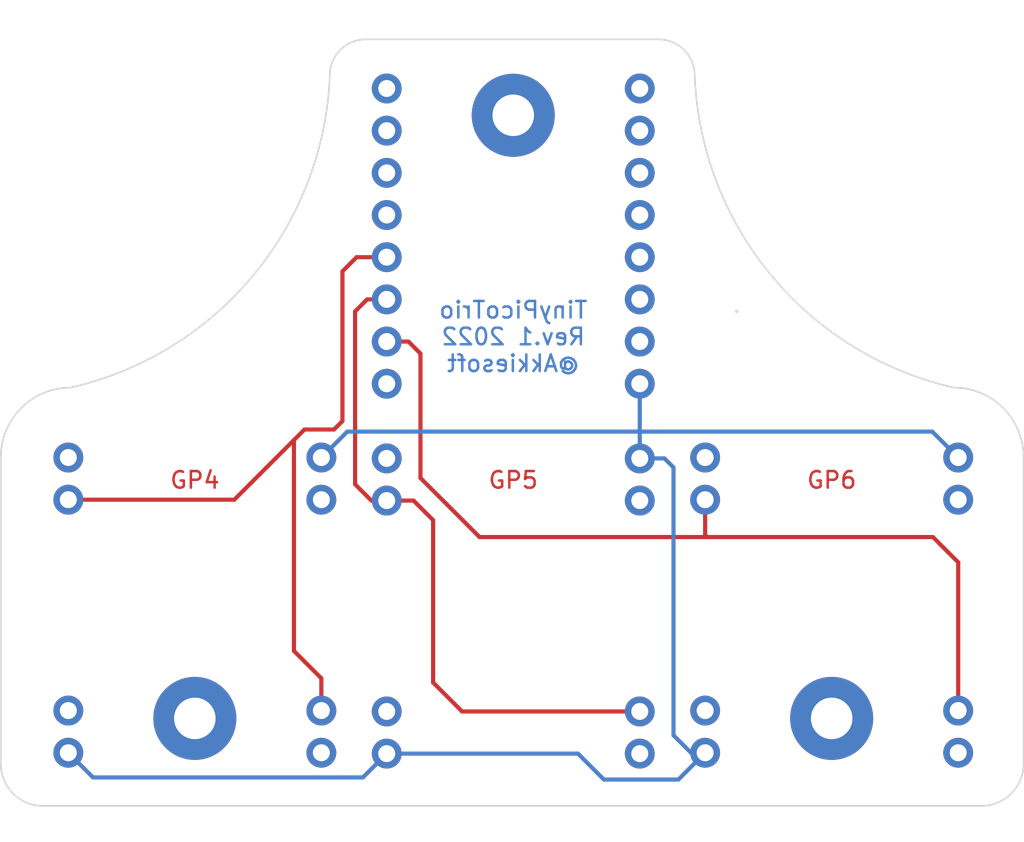
<source format=kicad_pcb>
(kicad_pcb (version 20211014) (generator pcbnew)
  (layers (0 "F.Cu" signal) (31 "B.Cu" signal) (34 "B.Paste" user) (35 "F.Paste" user) (36 "B.SilkS" user "B.Silkscreen") (37 "F.SilkS" user "F.Silkscreen") (38 "B.Mask" user) (39 "F.Mask" user) (44 "Edge.Cuts" user))
  (net 0 "")
  (net 1 "GND")
  (net 2 "Net-(U1-Pad1)")
  (net 4 "Net-(SW1-Pad1)")
  (net 5 "Net-(SW2-Pad1)")
  (net 6 "Net-(SW3-Pad1)")
  (footprint "MountingHole:MountingHole_2.5mm_Pad" (layer "F.Cu") (at 147.701 89.408)
    (fp_text reference "REF**" hide)
    (fp_text value "MountingHole_2.5mm_Pad")
    (pad "1" thru_hole circle (at 0 0) (size 5 5) (drill 2.5) (layers *.Cu *.Mask))
  )
  (footprint "MountingHole:MountingHole_2.5mm_Pad" (layer "F.Cu") (at 166.878 125.73)
    (fp_text reference "REF**" hide)
    (fp_text value "MountingHole_2.5mm_Pad")
    (pad "1" thru_hole circle (at 0 0) (size 5 5) (drill 2.5) (layers *.Cu *.Mask))
  )
  (footprint "Library:tinypicokey" (layer "F.Cu") (at 166.878 104.939)
    (fp_text reference "SW3" hide)
    (fp_text value "SW_Push")
    (pad "1" thru_hole circle (at -7.62 7.62) (size 1.8 1.8) (drill 1.02) (layers *.Cu *.Mask) (net 6 "Net-(SW3-Pad1)"))
    (pad "1" thru_hole circle (at 7.62 20.32) (size 1.8 1.8) (drill 1.02) (layers *.Cu *.Mask) (net 6 "Net-(SW3-Pad1)"))
    (pad "2" thru_hole circle (at -7.62 22.86) (size 1.8 1.8) (drill 1.02) (layers *.Cu *.Mask) (net 1 "GND"))
    (pad "2" thru_hole circle (at 7.62 5.08) (size 1.8 1.8) (drill 1.02) (layers *.Cu *.Mask) (net 1 "GND"))
    (pad "3" thru_hole circle (at 7.62 22.86) (size 1.8 1.8) (drill 1.02) (layers *.Cu *.Mask))
    (pad "3" thru_hole circle (at -7.62 20.32) (size 1.8 1.8) (drill 1.02) (layers *.Cu *.Mask))
    (pad "3" thru_hole circle (at -7.62 5.08) (size 1.8 1.8) (drill 1.02) (layers *.Cu *.Mask))
    (pad "3" thru_hole circle (at 7.62 7.62) (size 1.8 1.8) (drill 1.02) (layers *.Cu *.Mask))
  )
  (footprint "MountingHole:MountingHole_2.5mm_Pad" (layer "F.Cu") (at 128.524 125.73)
    (fp_text reference "REF**" hide)
    (fp_text value "MountingHole_2.5mm_Pad")
    (pad "1" thru_hole circle (at 0 0) (size 5 5) (drill 2.5) (layers *.Cu *.Mask))
  )
  (footprint "Library:tinypicokey" (layer "F.Cu") (at 128.524 104.939)
    (fp_text reference "SW1" hide)
    (fp_text value "SW_Push")
    (pad "1" thru_hole circle (at 7.62 20.32) (size 1.8 1.8) (drill 1.02) (layers *.Cu *.Mask) (net 4 "Net-(SW1-Pad1)"))
    (pad "1" thru_hole circle (at -7.62 7.62) (size 1.8 1.8) (drill 1.02) (layers *.Cu *.Mask) (net 4 "Net-(SW1-Pad1)"))
    (pad "2" thru_hole circle (at -7.62 22.86) (size 1.8 1.8) (drill 1.02) (layers *.Cu *.Mask) (net 1 "GND"))
    (pad "2" thru_hole circle (at 7.62 5.08) (size 1.8 1.8) (drill 1.02) (layers *.Cu *.Mask) (net 1 "GND"))
    (pad "3" thru_hole circle (at 7.62 7.62) (size 1.8 1.8) (drill 1.02) (layers *.Cu *.Mask))
    (pad "3" thru_hole circle (at -7.62 20.32) (size 1.8 1.8) (drill 1.02) (layers *.Cu *.Mask))
    (pad "3" thru_hole circle (at 7.62 22.86) (size 1.8 1.8) (drill 1.02) (layers *.Cu *.Mask))
    (pad "3" thru_hole circle (at -7.62 5.08) (size 1.8 1.8) (drill 1.02) (layers *.Cu *.Mask))
  )
  (footprint "Library:tinypicokey" (layer "F.Cu") (at 147.701 132.932 180)
    (fp_text reference "SW2" hide)
    (fp_text value "SW_Push")
    (pad "1" thru_hole circle (at 7.62 20.32 180) (size 1.8 1.8) (drill 1.02) (layers *.Cu *.Mask) (net 5 "Net-(SW2-Pad1)"))
    (pad "1" thru_hole circle (at -7.62 7.62 180) (size 1.8 1.8) (drill 1.02) (layers *.Cu *.Mask) (net 5 "Net-(SW2-Pad1)"))
    (pad "2" thru_hole circle (at -7.62 22.86 180) (size 1.8 1.8) (drill 1.02) (layers *.Cu *.Mask) (net 1 "GND"))
    (pad "2" thru_hole circle (at 7.62 5.08 180) (size 1.8 1.8) (drill 1.02) (layers *.Cu *.Mask) (net 1 "GND"))
    (pad "3" thru_hole circle (at -7.62 5.08 180) (size 1.8 1.8) (drill 1.02) (layers *.Cu *.Mask))
    (pad "3" thru_hole circle (at 7.62 7.62 180) (size 1.8 1.8) (drill 1.02) (layers *.Cu *.Mask))
    (pad "3" thru_hole circle (at -7.62 20.32 180) (size 1.8 1.8) (drill 1.02) (layers *.Cu *.Mask))
    (pad "3" thru_hole circle (at 7.62 22.86 180) (size 1.8 1.8) (drill 1.02) (layers *.Cu *.Mask))
  )
  (footprint "rp2040:tiny2040_wo_debug" (layer "B.Cu") (at 147.701 82.714 180)
    (fp_text reference "U1" hide)
    (fp_text value "tiny2040")
    (pad "1" thru_hole circle locked (at -7.62 -5.08 180) (size 1.8 1.8) (drill 1.02) (layers *.Cu *.Mask) (net 2 "Net-(U1-Pad1)"))
    (pad "2" thru_hole circle locked (at -7.62 -7.62 180) (size 1.8 1.8) (drill 1.02) (layers *.Cu *.Mask))
    (pad "3" thru_hole circle locked (at -7.62 -10.16 180) (size 1.8 1.8) (drill 1.02) (layers *.Cu *.Mask))
    (pad "4" thru_hole circle locked (at -7.62 -12.7 180) (size 1.8 1.8) (drill 1.02) (layers *.Cu *.Mask))
    (pad "5" thru_hole circle locked (at -7.62 -15.24 180) (size 1.8 1.8) (drill 1.02) (layers *.Cu *.Mask))
    (pad "6" thru_hole circle locked (at -7.62 -17.78 180) (size 1.8 1.8) (drill 1.02) (layers *.Cu *.Mask))
    (pad "7" thru_hole circle locked (at -7.62 -20.32 180) (size 1.8 1.8) (drill 1.02) (layers *.Cu *.Mask))
    (pad "8" thru_hole circle locked (at -7.62 -22.86 180) (size 1.8 1.8) (drill 1.02) (layers *.Cu *.Mask) (net 1 "GND"))
    (pad "9" thru_hole circle locked (at 7.62 -22.86 180) (size 1.8 1.8) (drill 1.02) (layers *.Cu *.Mask))
    (pad "10" thru_hole circle locked (at 7.62 -20.32 180) (size 1.8 1.8) (drill 1.02) (layers *.Cu *.Mask) (net 6 "Net-(SW3-Pad1)"))
    (pad "11" thru_hole circle locked (at 7.62 -17.78 180) (size 1.8 1.8) (drill 1.02) (layers *.Cu *.Mask) (net 5 "Net-(SW2-Pad1)"))
    (pad "12" thru_hole circle locked (at 7.62 -15.24 180) (size 1.8 1.8) (drill 1.02) (layers *.Cu *.Mask) (net 4 "Net-(SW1-Pad1)"))
    (pad "13" thru_hole circle locked (at 7.62 -12.7 180) (size 1.8 1.8) (drill 1.02) (layers *.Cu *.Mask))
    (pad "14" thru_hole circle locked (at 7.62 -10.16 180) (size 1.8 1.8) (drill 1.02) (layers *.Cu *.Mask))
    (pad "15" thru_hole circle locked (at 7.62 -7.62 180) (size 1.8 1.8) (drill 1.02) (layers *.Cu *.Mask))
    (pad "16" thru_hole circle locked (at 7.62 -5.08 180) (size 1.8 1.8) (drill 1.02) (layers *.Cu *.Mask))
  )
  (gr_arc (start 136.652001 87.000778) (mid 137.291161 85.466473) (end 138.829056 84.836) (layer "Edge.Cuts") (width 0.1))
  (gr_arc (start 174.244 105.809) (mid 177.207485 107.036515) (end 178.435 110) (layer "Edge.Cuts") (width 0.1))
  (gr_arc (start 136.652001 87.000778) (mid 132.033766 99.056197) (end 121.031 105.809) (layer "Edge.Cuts") (width 0.1))
  (gr_line (start 116.84 128.46) (end 116.84 110) (layer "Edge.Cuts") (width 0.1))
  (gr_arc (start 119.38 131) (mid 117.583949 130.256051) (end 116.84 128.46) (layer "Edge.Cuts") (width 0.1))
  (gr_line (start 175.895 131) (end 119.38 131) (layer "Edge.Cuts") (width 0.1))
  (gr_line (start 156.45258 84.836) (end 138.829056 84.836) (layer "Edge.Cuts") (width 0.1))
  (gr_arc (start 156.45258 84.836) (mid 157.989448 85.467506) (end 158.629635 87.000778) (layer "Edge.Cuts") (width 0.1))
  (gr_arc (start 178.435 128.46) (mid 177.691051 130.256051) (end 175.895 131) (layer "Edge.Cuts") (width 0.1))
  (gr_arc (start 116.84 110) (mid 118.067515 107.036515) (end 121.031 105.809) (layer "Edge.Cuts") (width 0.1))
  (gr_line (start 178.435 128.46) (end 178.435 110) (layer "Edge.Cuts") (width 0.1))
  (gr_circle (center 161.163 101.219) (end 161.163 101.219) (layer "Edge.Cuts") (width 0.1) (fill none))
  (gr_arc (start 174.244 105.809) (mid 163.244552 99.05507) (end 158.629635 87.000778) (layer "Edge.Cuts") (width 0.1))
  (gr_text "GP4" (at 128.524 111.379) (layer "F.Cu") (effects (font (size 1 1))))
  (gr_text "GP5" (at 147.701 111.379) (layer "F.Cu") (effects (font (size 1 1))))
  (gr_text "GP6" (at 166.878 111.379) (layer "F.Cu") (effects (font (size 1 1))))
  (gr_text "TinyPicoTrio\nRev.1 2022\n@Akkiesoft" (at 147.701 102.743) (layer "B.Cu") (effects (font (size 1 1)) (justify mirror)))
  (segment (start 155.321 110.072) (end 156.808 110.072) (width 0.25) (layer "B.Cu") (net 1))
  (segment (start 158.406 127.799) (end 159.258 127.799) (width 0.25) (layer "B.Cu") (net 1))
  (segment (start 153.162 129.413) (end 157.644 129.413) (width 0.25) (layer "B.Cu") (net 1))
  (segment (start 156.808 110.072) (end 157.353 110.617) (width 0.25) (layer "B.Cu") (net 1))
  (segment (start 155.321 110.072) (end 155.321 108.458) (width 0.25) (layer "B.Cu") (net 1))
  (segment (start 138.647 129.286) (end 140.081 127.852) (width 0.25) (layer "B.Cu") (net 1))
  (segment (start 172.937 108.458) (end 174.498 110.019) (width 0.25) (layer "B.Cu") (net 1))
  (segment (start 151.601 127.852) (end 153.162 129.413) (width 0.25) (layer "B.Cu") (net 1))
  (segment (start 122.391 129.286) (end 138.647 129.286) (width 0.25) (layer "B.Cu") (net 1))
  (segment (start 155.321 108.458) (end 172.937 108.458) (width 0.25) (layer "B.Cu") (net 1))
  (segment (start 137.705 108.458) (end 155.321 108.458) (width 0.25) (layer "B.Cu") (net 1))
  (segment (start 157.644 129.413) (end 159.258 127.799) (width 0.25) (layer "B.Cu") (net 1))
  (segment (start 157.353 110.617) (end 157.353 126.746) (width 0.25) (layer "B.Cu") (net 1))
  (segment (start 120.904 127.799) (end 122.391 129.286) (width 0.25) (layer "B.Cu") (net 1))
  (segment (start 151.601 127.852) (end 140.081 127.852) (width 0.25) (layer "B.Cu") (net 1))
  (segment (start 136.144 110.019) (end 137.705 108.458) (width 0.25) (layer "B.Cu") (net 1))
  (segment (start 157.353 126.746) (end 158.406 127.799) (width 0.25) (layer "B.Cu") (net 1))
  (segment (start 155.321 108.458) (end 155.321 105.574) (width 0.25) (layer "B.Cu") (net 1))
  (segment (start 134.493 121.666) (end 136.144 123.317) (width 0.25) (layer "F.Cu") (net 4))
  (segment (start 137.414 107.823) (end 137.414 98.806) (width 0.25) (layer "F.Cu") (net 4))
  (segment (start 134.493 108.966) (end 134.493 121.666) (width 0.25) (layer "F.Cu") (net 4))
  (segment (start 136.144 123.317) (end 136.144 125.259) (width 0.25) (layer "F.Cu") (net 4))
  (segment (start 135.128 108.331) (end 134.493 108.966) (width 0.25) (layer "F.Cu") (net 4))
  (segment (start 130.9 112.559) (end 134.493 108.966) (width 0.25) (layer "F.Cu") (net 4))
  (segment (start 138.266 97.954) (end 140.081 97.954) (width 0.25) (layer "F.Cu") (net 4))
  (segment (start 137.414 98.806) (end 138.266 97.954) (width 0.25) (layer "F.Cu") (net 4))
  (segment (start 120.904 112.559) (end 130.9 112.559) (width 0.25) (layer "F.Cu") (net 4))
  (segment (start 137.414 107.823) (end 136.906 108.331) (width 0.25) (layer "F.Cu") (net 4))
  (segment (start 136.906 108.331) (end 135.128 108.331) (width 0.25) (layer "F.Cu") (net 4))
  (segment (start 141.695 112.612) (end 142.875 113.792) (width 0.25) (layer "F.Cu") (net 5))
  (segment (start 144.616 125.312) (end 155.321 125.312) (width 0.25) (layer "F.Cu") (net 5))
  (segment (start 142.875 113.792) (end 142.875 123.571) (width 0.25) (layer "F.Cu") (net 5))
  (segment (start 140.081 112.612) (end 141.695 112.612) (width 0.25) (layer "F.Cu") (net 5))
  (segment (start 138.901 100.494) (end 138.176 101.219) (width 0.25) (layer "F.Cu") (net 5))
  (segment (start 138.176 101.219) (end 138.176 111.633) (width 0.25) (layer "F.Cu") (net 5))
  (segment (start 138.176 111.633) (end 139.155 112.612) (width 0.25) (layer "F.Cu") (net 5))
  (segment (start 140.081 100.494) (end 138.901 100.494) (width 0.25) (layer "F.Cu") (net 5))
  (segment (start 142.875 123.571) (end 144.616 125.312) (width 0.25) (layer "F.Cu") (net 5))
  (segment (start 139.155 112.612) (end 140.081 112.612) (width 0.25) (layer "F.Cu") (net 5))
  (segment (start 159.258 112.559) (end 159.258 114.681) (width 0.25) (layer "F.Cu") (net 6))
  (segment (start 159.385 114.808) (end 172.974 114.808) (width 0.25) (layer "F.Cu") (net 6))
  (segment (start 172.974 114.808) (end 174.498 116.332) (width 0.25) (layer "F.Cu") (net 6))
  (segment (start 141.388 103.034) (end 142.113 103.759) (width 0.25) (layer "F.Cu") (net 6))
  (segment (start 142.113 103.759) (end 142.113 111.252) (width 0.25) (layer "F.Cu") (net 6))
  (segment (start 145.669 114.808) (end 159.385 114.808) (width 0.25) (layer "F.Cu") (net 6))
  (segment (start 159.258 114.681) (end 159.385 114.808) (width 0.25) (layer "F.Cu") (net 6))
  (segment (start 174.498 116.332) (end 174.498 125.259) (width 0.25) (layer "F.Cu") (net 6))
  (segment (start 140.081 103.034) (end 141.388 103.034) (width 0.25) (layer "F.Cu") (net 6))
  (segment (start 142.113 111.252) (end 145.669 114.808) (width 0.25) (layer "F.Cu") (net 6))
)
</source>
